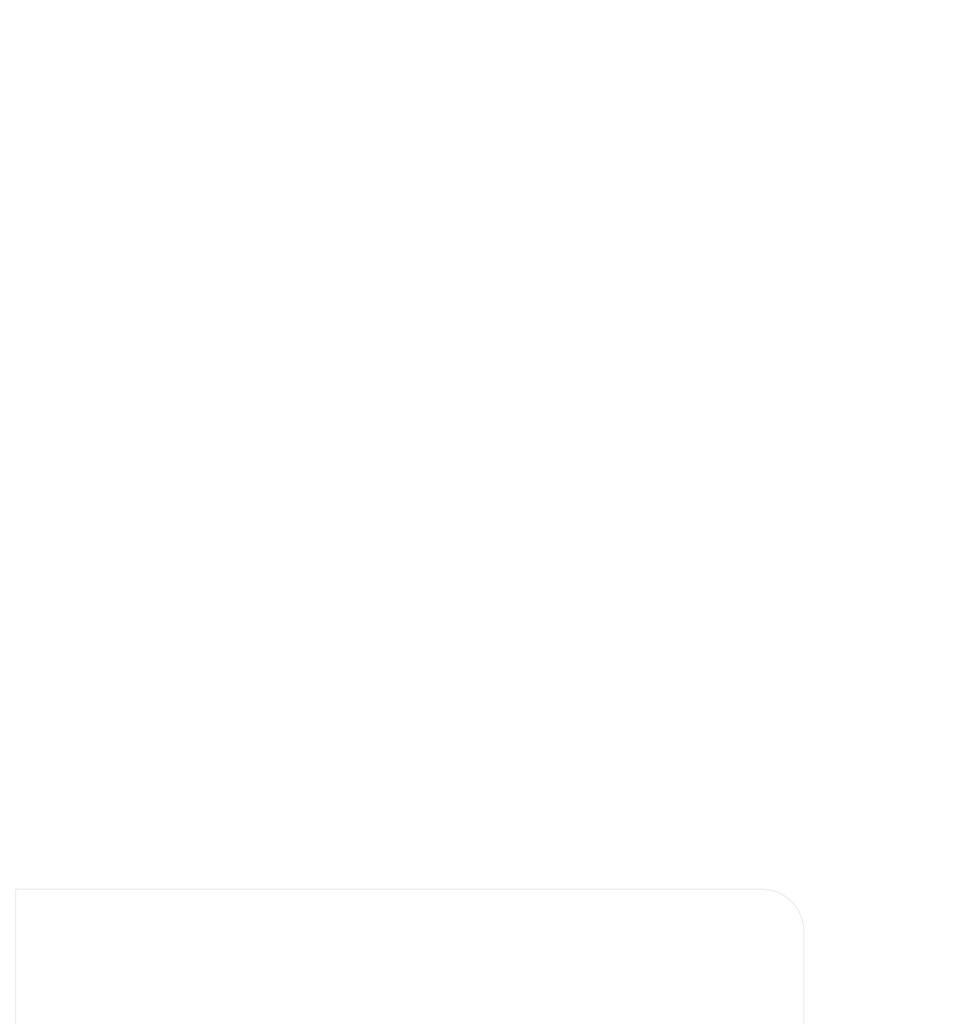
<source format=kicad_pcb>
(kicad_pcb (version 3) (host pcbnew "(2013-mar-13)-testing")

  (general
    (links 0)
    (no_connects 0)
    (area 138.0876 77.5104 160.889543 102.077521)
    (thickness 1.6002)
    (drawings 6)
    (tracks 0)
    (zones 0)
    (modules 0)
    (nets 1)
  )

  (page A4)
  (title_block
    (title "Ultimate Hacking Keyboard - Vertical Connector Board")
    (rev 3)
    (company "Ultimate Gadget Laboratories Kft.")
  )

  (layers
    (15 Front signal)
    (0 Back signal)
    (16 B.Adhes user)
    (17 F.Adhes user)
    (18 B.Paste user)
    (19 F.Paste user)
    (20 B.SilkS user)
    (21 F.SilkS user)
    (22 B.Mask user)
    (23 F.Mask user)
    (24 Dwgs.User user)
    (25 Cmts.User user)
    (26 Eco1.User user)
    (27 Eco2.User user)
    (28 Edge.Cuts user)
  )

  (setup
    (last_trace_width 0.254)
    (trace_clearance 0.254)
    (zone_clearance 0.508)
    (zone_45_only no)
    (trace_min 0.254)
    (segment_width 0.381)
    (edge_width 0.01016)
    (via_size 0.889)
    (via_drill 0.635)
    (via_min_size 0.889)
    (via_min_drill 0.508)
    (uvia_size 0.508)
    (uvia_drill 0.127)
    (uvias_allowed no)
    (uvia_min_size 0.508)
    (uvia_min_drill 0.127)
    (pcb_text_width 0.3048)
    (pcb_text_size 1.524 2.032)
    (mod_edge_width 0.381)
    (mod_text_size 1.524 1.524)
    (mod_text_width 0.3048)
    (pad_size 1.524 1.524)
    (pad_drill 0.8128)
    (pad_to_mask_clearance 0.254)
    (aux_axis_origin 0 0)
    (visible_elements FFFFFFBF)
    (pcbplotparams
      (layerselection 3178497)
      (usegerberextensions true)
      (excludeedgelayer true)
      (linewidth 0.150000)
      (plotframeref false)
      (viasonmask false)
      (mode 1)
      (useauxorigin false)
      (hpglpennumber 1)
      (hpglpenspeed 20)
      (hpglpendiameter 15)
      (hpglpenoverlay 2)
      (psnegative false)
      (psa4output false)
      (plotreference true)
      (plotvalue true)
      (plotothertext true)
      (plotinvisibletext false)
      (padsonsilk false)
      (subtractmaskfromsilk false)
      (outputformat 1)
      (mirror false)
      (drillshape 1)
      (scaleselection 1)
      (outputdirectory ""))
  )

  (net 0 "")

  (net_class Default "This is the default net class."
    (clearance 0.254)
    (trace_width 0.254)
    (via_dia 0.889)
    (via_drill 0.635)
    (uvia_dia 0.508)
    (uvia_drill 0.127)
    (add_net "")
  )

  (gr_text "* 1mm thickness\n* black soldermask\n* ENIG finish\n* no silkscreen\n" (at 138.02 82.81) (layer Cmts.User)
    (effects (font (size 1.5 1.5) (thickness 0.3)) (justify left))
  )
  (gr_arc (start 156.09316 99.8728) (end 156.09316 98.87204) (angle 90) (layer Edge.Cuts) (width 0.01016))
  (gr_line (start 138.3919 98.87204) (end 156.09316 98.87204) (angle 90) (layer Edge.Cuts) (width 0.01016))
  (gr_line (start 138.3919 102.07244) (end 138.3919 98.87204) (angle 90) (layer Edge.Cuts) (width 0.01016))
  (gr_line (start 157.09392 102.07244) (end 157.09392 99.8728) (angle 90) (layer Edge.Cuts) (width 0.01016))
  (gr_line (start 138.3919 102.07244) (end 157.09392 102.07244) (angle 90) (layer Edge.Cuts) (width 0.01016))

)

</source>
